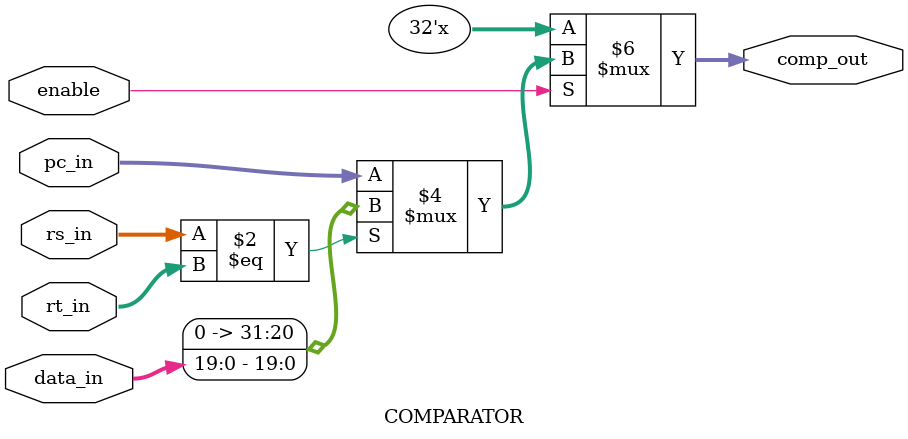
<source format=v>
module COMPARATOR (comp_out, pc_in, data_in, rs_in, rt_in, enable);

	parameter word_size = 32;
	
	input [word_size-1:0] data_in, rs_in, rt_in, pc_in;
	input enable;
	
	output reg [word_size-1:0] comp_out;

	always @ (enable or data_in or rs_in or rt_in or pc_in)
	if (enable) begin
	if (rs_in == rt_in) comp_out <= data_in[19:0];
	else comp_out <= pc_in;
	end
	
	
endmodule
</source>
